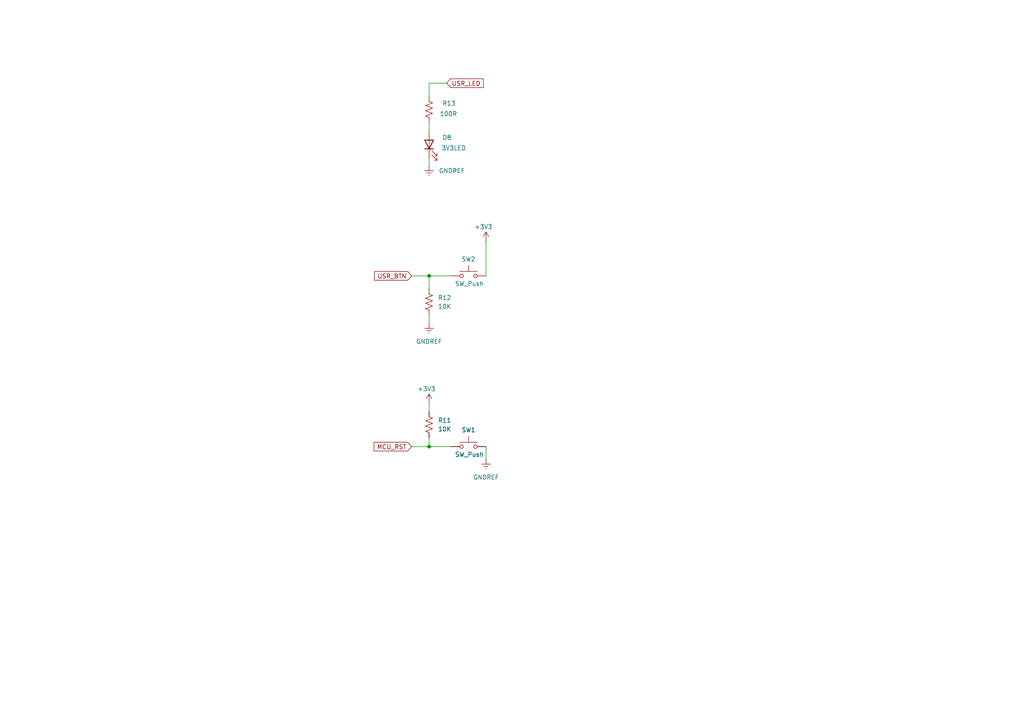
<source format=kicad_sch>
(kicad_sch (version 20250114) (generator "eeschema") (generator_version "9.0")
  (paper "A4")
  (lib_symbols
    (symbol "Device:LED" (pin_numbers (hide yes)) (pin_names (offset 1.016) (hide yes))
      (property "Reference" "D" (at 0 2.54 0))
      (property "Value" "LED" (at 0 -2.54 0))
      (symbol "LED_0_1"
        (polyline (pts (xy -3.048 -0.762) (xy -4.572 -2.286) (xy -3.81 -2.286) (xy -4.572 -2.286) (xy -4.572 -1.524)))
        (polyline (pts (xy -1.778 -0.762) (xy -3.302 -2.286) (xy -2.54 -2.286) (xy -3.302 -2.286) (xy -3.302 -1.524)))
        (polyline (pts (xy -1.27 0) (xy 1.27 0)))
        (polyline (pts (xy -1.27 -1.27) (xy -1.27 1.27)) (stroke (width 0.254)))
        (polyline (pts (xy 1.27 -1.27) (xy 1.27 1.27) (xy -1.27 0) (xy 1.27 -1.27)) (stroke (width 0.254)))
      )
      (symbol "LED_1_1"
        (pin passive line (at -3.81 0 0) (length 2.54) (name "K") (number "1"))
        (pin passive line (at 3.81 0 180) (length 2.54) (name "A") (number "2"))
      )
    )
    (symbol "Device:R_US" (pin_numbers (hide yes)) (pin_names (offset 0))
      (property "Reference" "R" (at 2.54 0 90))
      (property "Value" "R_US" (at -2.54 0 90))
      (symbol "R_US_0_1"
        (polyline (pts (xy 0 2.286) (xy 0 2.54)))
        (polyline (pts (xy 0 2.286) (xy 1.016 1.905) (xy 0 1.524) (xy -1.016 1.143) (xy 0 0.762)))
        (polyline (pts (xy 0 0.762) (xy 1.016 0.381) (xy 0 0) (xy -1.016 -0.381) (xy 0 -0.762)))
        (polyline (pts (xy 0 -0.762) (xy 1.016 -1.143) (xy 0 -1.524) (xy -1.016 -1.905) (xy 0 -2.286)))
        (polyline (pts (xy 0 -2.286) (xy 0 -2.54)))
      )
      (symbol "R_US_1_1"
        (pin passive line (at 0 3.81 270) (length 1.27) (name "~") (number "1"))
        (pin passive line (at 0 -3.81 90) (length 1.27) (name "~") (number "2"))
      )
    )
    (symbol "Switch:SW_Push" (pin_numbers (hide yes)) (pin_names (offset 1.016) (hide yes))
      (property "Reference" "SW" (at 1.27 2.54 0))
      (property "Value" "SW_Push" (at 0 -1.524 0))
      (symbol "SW_Push_0_1"
        (circle (center -2.032 0) (radius 0.508))
        (polyline (pts (xy 0 1.27) (xy 0 3.048)))
        (circle (center 2.032 0) (radius 0.508))
        (polyline (pts (xy 2.54 1.27) (xy -2.54 1.27)))
        (pin passive line (at -5.08 0 0) (length 2.54) (name "1") (number "1"))
        (pin passive line (at 5.08 0 180) (length 2.54) (name "2") (number "2"))
      )
    )
    (symbol "power:+3V3" (power) (pin_numbers (hide yes)) (pin_names (offset 0) (hide yes))
      (property "Value" "+3V3" (at 0 3.556 0))
      (symbol "+3V3_0_1"
        (polyline (pts (xy -0.762 1.27) (xy 0 2.54)))
        (polyline (pts (xy 0 2.54) (xy 0.762 1.27)))
        (polyline (pts (xy 0 0) (xy 0 2.54)))
      )
      (symbol "+3V3_1_1"
        (pin power_in line (at 0 0 90) (length 0) (name "~") (number "1"))
      )
    )
    (symbol "power:GNDREF" (power) (pin_numbers (hide yes)) (pin_names (offset 0) (hide yes))
      (property "Value" "GNDREF" (at 0 -3.81 0))
      (symbol "GNDREF_0_1"
        (polyline (pts (xy -0.635 -1.905) (xy 0.635 -1.905)))
        (polyline (pts (xy -0.127 -2.54) (xy 0.127 -2.54)))
        (polyline (pts (xy 0 -1.27) (xy 0 0)))
        (polyline (pts (xy 1.27 -1.27) (xy -1.27 -1.27)))
      )
      (symbol "GNDREF_1_1"
        (pin power_in line (at 0 0 270) (length 0) (name "~") (number "1"))
      )
    )
  )
  (junction (at 124.46 129.54))
  (junction (at 124.46 80.01))
  (wire (pts (xy 124.46 127) (xy 124.46 129.54)))
  (wire (pts (xy 124.46 116.84) (xy 124.46 119.38)))
  (wire (pts (xy 124.46 91.44) (xy 124.46 93.98)))
  (wire (pts (xy 140.97 69.85) (xy 140.97 80.01)))
  (wire (pts (xy 124.46 24.13) (xy 124.46 27.94)))
  (wire (pts (xy 119.38 80.01) (xy 124.46 80.01)))
  (wire (pts (xy 124.46 80.01) (xy 130.81 80.01)))
  (wire (pts (xy 124.46 80.01) (xy 124.46 83.82)))
  (wire (pts (xy 124.46 129.54) (xy 130.81 129.54)))
  (wire (pts (xy 124.46 45.72) (xy 124.46 48.26)))
  (wire (pts (xy 124.46 35.56) (xy 124.46 38.1)))
  (wire (pts (xy 119.38 129.54) (xy 124.46 129.54)))
  (wire (pts (xy 124.46 24.13) (xy 129.54 24.13)))
  (wire (pts (xy 140.97 129.54) (xy 140.97 133.35)))
  (global_label "USR_LED" (shape input) (at 129.54 24.13 0) (property "Intersheetrefs" "${INTERSHEET_REFS}" (effects (hide yes))))
  (global_label "MCU_RST" (shape input) (at 119.38 129.54 180) (property "Intersheetrefs" "${INTERSHEET_REFS}" (effects (hide yes))))
  (global_label "USR_BTN" (shape input) (at 119.38 80.01 180) (property "Intersheetrefs" "${INTERSHEET_REFS}" (effects (hide yes))))
  (symbol (lib_id "power:+3V3") (at 124.46 116.84 0) (unit 1)
    (property "Reference" "#PWR0146" (effects (hide yes)))
    (property "Value" "+3V3" (at 123.698 112.776 0))
    (property "Description" "Power symbol creates a global label with name \"+3V3\"" (effects (hide yes)))
  )
  (symbol (lib_id "Switch:SW_Push") (at 135.89 80.01 0) (unit 1)
    (property "Reference" "SW2" (at 135.89 75.184 0))
    (property "Value" "SW_Push" (at 136.144 82.296 0))
    (property "Description" "Push button switch, generic, two pins" (effects (hide yes)))
  )
  (symbol (lib_id "power:GNDREF") (at 124.46 93.98 0) (unit 1)
    (property "Reference" "#PWR0149" (effects (hide yes)))
    (property "Value" "GNDREF" (at 124.46 99.06 0))
    (property "Description" "Power symbol creates a global label with name \"GNDREF\" , reference supply ground" (effects (hide yes)))
  )
  (symbol (lib_id "Device:R_US") (at 124.46 87.63 0) (unit 1)
    (property "Reference" "R12" (at 127 86.3599 0) (effects (justify left)))
    (property "Value" "10K" (at 127 88.8999 0) (effects (justify left)))
    (property "Description" "Resistor, US symbol" (effects (hide yes)))
  )
  (symbol (lib_id "power:+3V3") (at 140.97 69.85 0) (unit 1)
    (property "Reference" "#PWR0148" (effects (hide yes)))
    (property "Value" "+3V3" (at 140.208 65.786 0))
    (property "Description" "Power symbol creates a global label with name \"+3V3\"" (effects (hide yes)))
  )
  (symbol (lib_id "power:GNDREF") (at 124.46 48.26 0) (unit 1)
    (property "Reference" "#PWR0151" (effects (hide yes)))
    (property "Value" "GNDREF" (at 131.064 49.53 0))
    (property "Description" "Power symbol creates a global label with name \"GNDREF\" , reference supply ground" (effects (hide yes)))
  )
  (symbol (lib_id "Device:R_US") (at 124.46 31.75 0) (unit 1)
    (property "Reference" "R13" (at 128.27 29.972 0) (effects (justify left)))
    (property "Value" "100R" (at 127.508 33.02 0) (effects (justify left)))
    (property "Footprint" "Resistor_SMD:R_1206_3216Metric_Pad1.30x1.75mm_HandSolder" (effects (hide yes)))
    (property "Description" "Resistor, US symbol" (effects (hide yes)))
  )
  (symbol (lib_id "Device:R_US") (at 124.46 123.19 0) (unit 1)
    (property "Reference" "R11" (at 127 121.9199 0) (effects (justify left)))
    (property "Value" "10K" (at 127 124.4599 0) (effects (justify left)))
    (property "Description" "Resistor, US symbol" (effects (hide yes)))
  )
  (symbol (lib_id "Device:LED") (at 124.46 41.91 90) (unit 1)
    (property "Reference" "D8" (at 128.27 39.878 90) (effects (justify right)))
    (property "Value" "3V3LED" (at 128.016 42.926 90) (effects (justify right)))
    (property "Footprint" "Diode_SMD:D_1206_3216Metric_Pad1.42x1.75mm_HandSolder" (effects (hide yes)))
    (property "Description" "Light emitting diode" (effects (hide yes)))
    (property "Sim.Pins" "1=K 2=A" (effects (hide yes)))
  )
  (symbol (lib_id "Switch:SW_Push") (at 135.89 129.54 0) (unit 1)
    (property "Reference" "SW1" (at 135.89 124.714 0))
    (property "Value" "SW_Push" (at 136.144 131.826 0))
    (property "Description" "Push button switch, generic, two pins" (effects (hide yes)))
  )
  (symbol (lib_id "power:GNDREF") (at 140.97 133.35 0) (unit 1)
    (property "Reference" "#PWR0147" (effects (hide yes)))
    (property "Value" "GNDREF" (at 140.97 138.43 0))
    (property "Description" "Power symbol creates a global label with name \"GNDREF\" , reference supply ground" (effects (hide yes)))
  )
)
</source>
